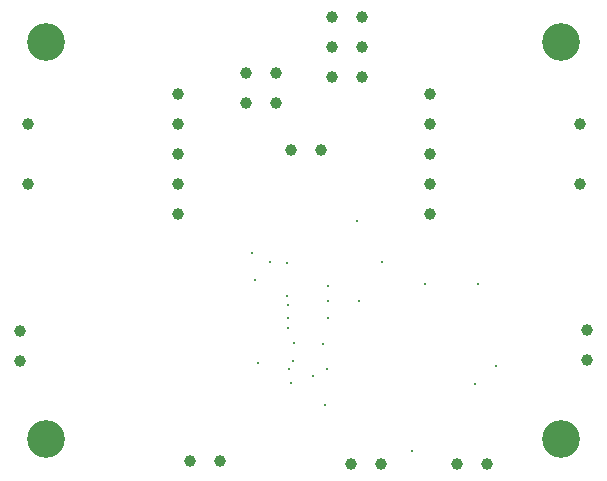
<source format=gbr>
%TF.GenerationSoftware,KiCad,Pcbnew,8.0.6-1.fc40*%
%TF.CreationDate,2024-12-02T14:58:21+01:00*%
%TF.ProjectId,PeltierDriver,50656c74-6965-4724-9472-697665722e6b,rev?*%
%TF.SameCoordinates,Original*%
%TF.FileFunction,Plated,1,4,PTH,Drill*%
%TF.FilePolarity,Positive*%
%FSLAX46Y46*%
G04 Gerber Fmt 4.6, Leading zero omitted, Abs format (unit mm)*
G04 Created by KiCad (PCBNEW 8.0.6-1.fc40) date 2024-12-02 14:58:21*
%MOMM*%
%LPD*%
G01*
G04 APERTURE LIST*
%TA.AperFunction,ViaDrill*%
%ADD10C,0.300000*%
%TD*%
%TA.AperFunction,ComponentDrill*%
%ADD11C,1.000000*%
%TD*%
%TA.AperFunction,ComponentDrill*%
%ADD12C,3.200000*%
%TD*%
G04 APERTURE END LIST*
D10*
X135325000Y-97725000D03*
X135600000Y-100050000D03*
X135850000Y-107050000D03*
X136800000Y-98500000D03*
X138300000Y-98600000D03*
X138315739Y-101377031D03*
X138344511Y-102199317D03*
X138350000Y-103300000D03*
X138399502Y-104105000D03*
X138450000Y-107600000D03*
X138600000Y-108800000D03*
X138822257Y-106877902D03*
X138900000Y-105400000D03*
X140500000Y-108200000D03*
X141300000Y-105500000D03*
X141500000Y-110600000D03*
X141700000Y-107600000D03*
X141770000Y-100550000D03*
X141770000Y-101850000D03*
X141770000Y-103300000D03*
X144200000Y-95100000D03*
X144350000Y-101800000D03*
X146350000Y-98550000D03*
X148851238Y-114501238D03*
X149950000Y-100350000D03*
X154200000Y-108850000D03*
X154450000Y-100350000D03*
X155975002Y-107350000D03*
D11*
%TO.C,J2*%
X115700000Y-104335000D03*
X115700000Y-106875000D03*
%TO.C,VIBR1*%
X116350000Y-86810000D03*
X116350000Y-91890000D03*
X129050000Y-84270000D03*
X129050000Y-86810000D03*
X129050000Y-89350000D03*
X129050000Y-91890000D03*
X129050000Y-94430000D03*
%TO.C,PE1*%
X130035000Y-115400000D03*
X132575000Y-115400000D03*
%TO.C,J4*%
X134825000Y-82525000D03*
X134825000Y-85065000D03*
X137365000Y-82525000D03*
X137365000Y-85065000D03*
%TO.C,J1*%
X138575000Y-89050000D03*
X141115000Y-89050000D03*
%TO.C,J6*%
X142075000Y-77775000D03*
X142075000Y-80315000D03*
X142075000Y-82855000D03*
%TO.C,TH1*%
X143675000Y-115600000D03*
%TO.C,J6*%
X144615000Y-77775000D03*
X144615000Y-80315000D03*
X144615000Y-82855000D03*
%TO.C,TH1*%
X146215000Y-115600000D03*
%TO.C,VIBR2*%
X150350000Y-84270000D03*
X150350000Y-86810000D03*
X150350000Y-89350000D03*
X150350000Y-91890000D03*
X150350000Y-94430000D03*
%TO.C,Flex1*%
X152675000Y-115600000D03*
X155215000Y-115600000D03*
%TO.C,VIBR2*%
X163050000Y-86810000D03*
X163050000Y-91890000D03*
%TO.C,J3*%
X163700000Y-104325000D03*
X163700000Y-106865000D03*
D12*
%TO.C,REF\u002A\u002A*%
X117900000Y-79900000D03*
X117900000Y-113500000D03*
X161450000Y-113500000D03*
X161500000Y-79900000D03*
M02*

</source>
